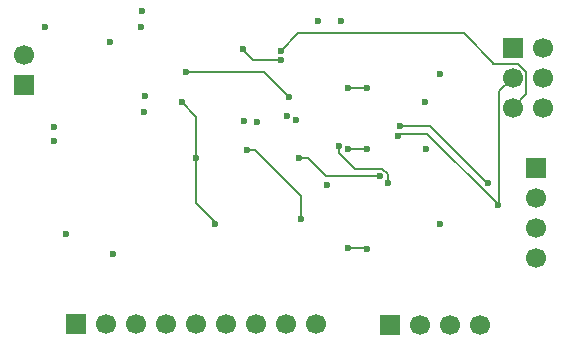
<source format=gbr>
%TF.GenerationSoftware,KiCad,Pcbnew,9.0.4*%
%TF.CreationDate,2025-12-07T20:09:45+03:30*%
%TF.ProjectId,MCU_Datalogger003_4Layer,4d43555f-4461-4746-916c-6f6767657230,2*%
%TF.SameCoordinates,Original*%
%TF.FileFunction,Copper,L2,Inr*%
%TF.FilePolarity,Positive*%
%FSLAX46Y46*%
G04 Gerber Fmt 4.6, Leading zero omitted, Abs format (unit mm)*
G04 Created by KiCad (PCBNEW 9.0.4) date 2025-12-07 20:09:45*
%MOMM*%
%LPD*%
G01*
G04 APERTURE LIST*
%TA.AperFunction,ComponentPad*%
%ADD10R,1.700000X1.700000*%
%TD*%
%TA.AperFunction,ComponentPad*%
%ADD11C,1.700000*%
%TD*%
%TA.AperFunction,ViaPad*%
%ADD12C,0.600000*%
%TD*%
%TA.AperFunction,Conductor*%
%ADD13C,0.200000*%
%TD*%
G04 APERTURE END LIST*
D10*
%TO.N,/MISO*%
%TO.C,J4*%
X144780000Y-97688400D03*
D11*
%TO.N,/Vcc*%
X147320000Y-97688400D03*
%TO.N,/SCK*%
X144780000Y-100228400D03*
%TO.N,/MOSI*%
X147320000Y-100228400D03*
%TO.N,/RESET*%
X144780000Y-102768400D03*
%TO.N,GND*%
X147320000Y-102768400D03*
%TD*%
D10*
%TO.N,/Vcc*%
%TO.C,BT1*%
X103360700Y-100827000D03*
D11*
%TO.N,GND*%
X103360700Y-98287000D03*
%TD*%
D10*
%TO.N,/D2*%
%TO.C,J3*%
X107780300Y-121096200D03*
D11*
%TO.N,/D3*%
X110320300Y-121096200D03*
%TO.N,/D4*%
X112860300Y-121096200D03*
%TO.N,/D5*%
X115400300Y-121096200D03*
%TO.N,/D6*%
X117940300Y-121096200D03*
%TO.N,/D7*%
X120480300Y-121096200D03*
%TO.N,/D8*%
X123020300Y-121096200D03*
%TO.N,GND*%
X125560300Y-121096200D03*
%TO.N,/Vcc*%
X128100300Y-121096200D03*
%TD*%
D10*
%TO.N,GND*%
%TO.C,J2*%
X134348700Y-121147000D03*
D11*
%TO.N,/Vcc*%
X136888700Y-121147000D03*
%TO.N,/RX*%
X139428700Y-121147000D03*
%TO.N,/TX*%
X141968700Y-121147000D03*
%TD*%
D10*
%TO.N,GND*%
%TO.C,J1*%
X146773900Y-107903000D03*
D11*
%TO.N,/Vcc*%
X146773900Y-110443000D03*
%TO.N,/SDA*%
X146773900Y-112983000D03*
%TO.N,/SCK*%
X146773900Y-115523000D03*
%TD*%
D12*
%TO.N,/SDA*%
X125831600Y-101854000D03*
X117094000Y-99771200D03*
%TO.N,/Vcc*%
X137414000Y-106273600D03*
X137363200Y-102260400D03*
X125669200Y-103479600D03*
X122021600Y-103886000D03*
X130200400Y-95453200D03*
X113385600Y-94589600D03*
X105206800Y-95961200D03*
X113639600Y-101803200D03*
X105968800Y-104394000D03*
X110947200Y-115112800D03*
%TO.N,GND*%
X123139200Y-103936800D03*
X138633200Y-99872800D03*
X128267900Y-95451100D03*
X110693200Y-97180400D03*
X113334800Y-95910400D03*
X113588800Y-103124000D03*
X126390400Y-103835200D03*
X138633200Y-112623600D03*
X106984800Y-113436400D03*
X105968800Y-105613200D03*
%TO.N,/RESET*%
X125120400Y-97955197D03*
%TO.N,/MISO*%
X129032000Y-109270800D03*
%TO.N,/SCK*%
X121920000Y-97817800D03*
X125120400Y-98755200D03*
%TO.N,Net-(U4-PB6)*%
X132420600Y-114706400D03*
X130819600Y-114604800D03*
%TO.N,/SCK*%
X135072706Y-105127667D03*
X143572592Y-110994721D03*
%TO.N,/SDA*%
X135229600Y-104343200D03*
X142646400Y-109159600D03*
%TO.N,Net-(U4-AREF)*%
X134183729Y-109159600D03*
X130079450Y-105969985D03*
%TO.N,Net-(U4-PB7)*%
X119613600Y-112623600D03*
%TO.N,Net-(U4-PB6)*%
X126847600Y-112217200D03*
X122275600Y-106375200D03*
%TO.N,Net-(U4-PB7)*%
X117998800Y-106984800D03*
X116779600Y-102319273D03*
%TO.N,/SCK*%
X132420600Y-106273600D03*
X130819600Y-106273600D03*
%TO.N,/SDA*%
X130819600Y-101092000D03*
X132420600Y-101092000D03*
%TO.N,/MOSI*%
X126695200Y-106984800D03*
X133502400Y-108559600D03*
%TD*%
D13*
%TO.N,/SDA*%
X117094000Y-99771200D02*
X123748800Y-99771200D01*
X123748800Y-99771200D02*
X125831600Y-101854000D01*
%TO.N,Net-(U4-PB6)*%
X122986800Y-106375200D02*
X122275600Y-106375200D01*
X126847600Y-110236000D02*
X122986800Y-106375200D01*
X126847600Y-112217200D02*
X126847600Y-110236000D01*
%TO.N,/RESET*%
X145931000Y-101617400D02*
X144780000Y-102768400D01*
X143137000Y-99077400D02*
X145256760Y-99077400D01*
X143179800Y-99034600D02*
X143137000Y-99077400D01*
X126606397Y-96469200D02*
X140614400Y-96469200D01*
X145256760Y-99077400D02*
X145931000Y-99751640D01*
X145931000Y-99751640D02*
X145931000Y-101617400D01*
X125120400Y-97955197D02*
X126606397Y-96469200D01*
X140614400Y-96469200D02*
X143179800Y-99034600D01*
%TO.N,Net-(U4-PB7)*%
X119613600Y-112450800D02*
X119613600Y-112623600D01*
X117998800Y-110836000D02*
X119613600Y-112450800D01*
X117998800Y-106984800D02*
X117998800Y-110836000D01*
%TO.N,Net-(U4-PB6)*%
X132319000Y-114604800D02*
X132420600Y-114706400D01*
X130819600Y-114604800D02*
X132319000Y-114604800D01*
%TO.N,/SCK*%
X143629000Y-101379400D02*
X144780000Y-100228400D01*
X143629000Y-110845600D02*
X143629000Y-101379400D01*
X143620113Y-110854487D02*
X143629000Y-110845600D01*
X143620113Y-110947200D02*
X143620113Y-110854487D01*
X143256000Y-110693200D02*
X137515600Y-104952800D01*
X143271070Y-110693200D02*
X143256000Y-110693200D01*
X137515600Y-104952800D02*
X135247573Y-104952800D01*
X143572592Y-110994721D02*
X143620113Y-110947200D01*
X135247573Y-104952800D02*
X135072706Y-105127667D01*
X143572592Y-110994721D02*
X143271070Y-110693200D01*
X121920000Y-97891600D02*
X121920000Y-97817800D01*
X122783600Y-98755200D02*
X121920000Y-97891600D01*
X125120400Y-98755200D02*
X122783600Y-98755200D01*
%TO.N,/SDA*%
X142646400Y-109159600D02*
X142586000Y-109159600D01*
X137769600Y-104343200D02*
X135229600Y-104343200D01*
X142586000Y-109159600D02*
X137769600Y-104343200D01*
%TO.N,Net-(U4-AREF)*%
X134183729Y-108390986D02*
X134183729Y-109159600D01*
X133751343Y-107958600D02*
X134183729Y-108390986D01*
X130079450Y-105969985D02*
X130079450Y-106609850D01*
X130079450Y-106609850D02*
X131428200Y-107958600D01*
X131428200Y-107958600D02*
X133751343Y-107958600D01*
%TO.N,Net-(U4-PB7)*%
X117998800Y-103538473D02*
X116779600Y-102319273D01*
X117998800Y-106984800D02*
X117998800Y-103538473D01*
%TO.N,/SDA*%
X132420600Y-101092000D02*
X130819600Y-101092000D01*
%TO.N,/MOSI*%
X126746000Y-107035600D02*
X126695200Y-106984800D01*
X127457200Y-107035600D02*
X126746000Y-107035600D01*
X133502400Y-108559600D02*
X128981200Y-108559600D01*
X128981200Y-108559600D02*
X127457200Y-107035600D01*
%TO.N,/SCK*%
X132420600Y-106273600D02*
X130819600Y-106273600D01*
%TD*%
M02*

</source>
